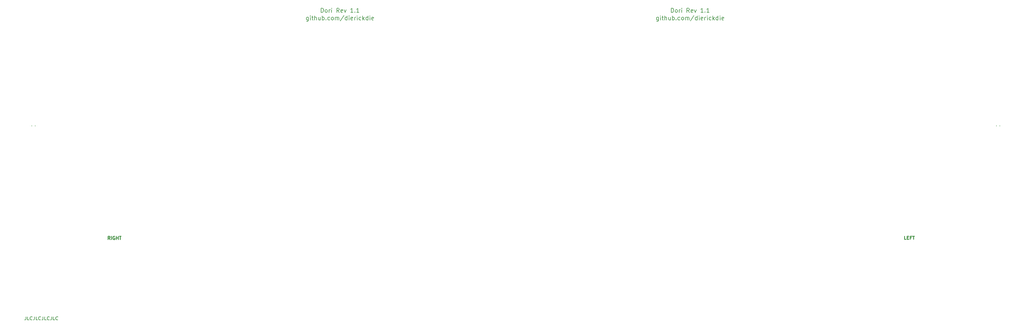
<source format=gto>
G04 #@! TF.GenerationSoftware,KiCad,Pcbnew,(5.1.2-1)-1*
G04 #@! TF.CreationDate,2020-07-25T23:53:14-05:00*
G04 #@! TF.ProjectId,Dori_bottom_plate,446f7269-5f62-46f7-9474-6f6d5f706c61,rev?*
G04 #@! TF.SameCoordinates,Original*
G04 #@! TF.FileFunction,Legend,Top*
G04 #@! TF.FilePolarity,Positive*
%FSLAX46Y46*%
G04 Gerber Fmt 4.6, Leading zero omitted, Abs format (unit mm)*
G04 Created by KiCad (PCBNEW (5.1.2-1)-1) date 2020-07-25 23:53:14*
%MOMM*%
%LPD*%
G04 APERTURE LIST*
%ADD10C,0.250000*%
%ADD11C,0.200000*%
%ADD12C,0.150000*%
%ADD13C,0.120000*%
%ADD14C,0.100000*%
%ADD15C,1.052000*%
%ADD16C,3.602000*%
%ADD17C,0.902000*%
G04 APERTURE END LIST*
D10*
X123703541Y-115178630D02*
X123370208Y-114702440D01*
X123132113Y-115178630D02*
X123132113Y-114178630D01*
X123513065Y-114178630D01*
X123608303Y-114226250D01*
X123655922Y-114273869D01*
X123703541Y-114369107D01*
X123703541Y-114511964D01*
X123655922Y-114607202D01*
X123608303Y-114654821D01*
X123513065Y-114702440D01*
X123132113Y-114702440D01*
X124132113Y-115178630D02*
X124132113Y-114178630D01*
X125132113Y-114226250D02*
X125036875Y-114178630D01*
X124894017Y-114178630D01*
X124751160Y-114226250D01*
X124655922Y-114321488D01*
X124608303Y-114416726D01*
X124560684Y-114607202D01*
X124560684Y-114750059D01*
X124608303Y-114940535D01*
X124655922Y-115035773D01*
X124751160Y-115131011D01*
X124894017Y-115178630D01*
X124989255Y-115178630D01*
X125132113Y-115131011D01*
X125179732Y-115083392D01*
X125179732Y-114750059D01*
X124989255Y-114750059D01*
X125608303Y-115178630D02*
X125608303Y-114178630D01*
X125608303Y-114654821D02*
X126179732Y-114654821D01*
X126179732Y-115178630D02*
X126179732Y-114178630D01*
X126513065Y-114178630D02*
X127084494Y-114178630D01*
X126798779Y-115178630D02*
X126798779Y-114178630D01*
D11*
X187005238Y-46925476D02*
X187005238Y-45675476D01*
X187302857Y-45675476D01*
X187481428Y-45735000D01*
X187600476Y-45854047D01*
X187660000Y-45973095D01*
X187719523Y-46211190D01*
X187719523Y-46389761D01*
X187660000Y-46627857D01*
X187600476Y-46746904D01*
X187481428Y-46865952D01*
X187302857Y-46925476D01*
X187005238Y-46925476D01*
X188433809Y-46925476D02*
X188314761Y-46865952D01*
X188255238Y-46806428D01*
X188195714Y-46687380D01*
X188195714Y-46330238D01*
X188255238Y-46211190D01*
X188314761Y-46151666D01*
X188433809Y-46092142D01*
X188612380Y-46092142D01*
X188731428Y-46151666D01*
X188790952Y-46211190D01*
X188850476Y-46330238D01*
X188850476Y-46687380D01*
X188790952Y-46806428D01*
X188731428Y-46865952D01*
X188612380Y-46925476D01*
X188433809Y-46925476D01*
X189386190Y-46925476D02*
X189386190Y-46092142D01*
X189386190Y-46330238D02*
X189445714Y-46211190D01*
X189505238Y-46151666D01*
X189624285Y-46092142D01*
X189743333Y-46092142D01*
X190160000Y-46925476D02*
X190160000Y-46092142D01*
X190160000Y-45675476D02*
X190100476Y-45735000D01*
X190160000Y-45794523D01*
X190219523Y-45735000D01*
X190160000Y-45675476D01*
X190160000Y-45794523D01*
X192421904Y-46925476D02*
X192005238Y-46330238D01*
X191707619Y-46925476D02*
X191707619Y-45675476D01*
X192183809Y-45675476D01*
X192302857Y-45735000D01*
X192362380Y-45794523D01*
X192421904Y-45913571D01*
X192421904Y-46092142D01*
X192362380Y-46211190D01*
X192302857Y-46270714D01*
X192183809Y-46330238D01*
X191707619Y-46330238D01*
X193433809Y-46865952D02*
X193314761Y-46925476D01*
X193076666Y-46925476D01*
X192957619Y-46865952D01*
X192898095Y-46746904D01*
X192898095Y-46270714D01*
X192957619Y-46151666D01*
X193076666Y-46092142D01*
X193314761Y-46092142D01*
X193433809Y-46151666D01*
X193493333Y-46270714D01*
X193493333Y-46389761D01*
X192898095Y-46508809D01*
X193910000Y-46092142D02*
X194207619Y-46925476D01*
X194505238Y-46092142D01*
X196588571Y-46925476D02*
X195874285Y-46925476D01*
X196231428Y-46925476D02*
X196231428Y-45675476D01*
X196112380Y-45854047D01*
X195993333Y-45973095D01*
X195874285Y-46032619D01*
X197124285Y-46806428D02*
X197183809Y-46865952D01*
X197124285Y-46925476D01*
X197064761Y-46865952D01*
X197124285Y-46806428D01*
X197124285Y-46925476D01*
X198374285Y-46925476D02*
X197660000Y-46925476D01*
X198017142Y-46925476D02*
X198017142Y-45675476D01*
X197898095Y-45854047D01*
X197779047Y-45973095D01*
X197660000Y-46032619D01*
X183165196Y-48372142D02*
X183165196Y-49384047D01*
X183105672Y-49503095D01*
X183046148Y-49562619D01*
X182927101Y-49622142D01*
X182748529Y-49622142D01*
X182629482Y-49562619D01*
X183165196Y-49145952D02*
X183046148Y-49205476D01*
X182808053Y-49205476D01*
X182689005Y-49145952D01*
X182629482Y-49086428D01*
X182569958Y-48967380D01*
X182569958Y-48610238D01*
X182629482Y-48491190D01*
X182689005Y-48431666D01*
X182808053Y-48372142D01*
X183046148Y-48372142D01*
X183165196Y-48431666D01*
X183760434Y-49205476D02*
X183760434Y-48372142D01*
X183760434Y-47955476D02*
X183700910Y-48015000D01*
X183760434Y-48074523D01*
X183819958Y-48015000D01*
X183760434Y-47955476D01*
X183760434Y-48074523D01*
X184177101Y-48372142D02*
X184653291Y-48372142D01*
X184355672Y-47955476D02*
X184355672Y-49026904D01*
X184415196Y-49145952D01*
X184534244Y-49205476D01*
X184653291Y-49205476D01*
X185069958Y-49205476D02*
X185069958Y-47955476D01*
X185605672Y-49205476D02*
X185605672Y-48550714D01*
X185546148Y-48431666D01*
X185427101Y-48372142D01*
X185248529Y-48372142D01*
X185129482Y-48431666D01*
X185069958Y-48491190D01*
X186736624Y-48372142D02*
X186736624Y-49205476D01*
X186200910Y-48372142D02*
X186200910Y-49026904D01*
X186260434Y-49145952D01*
X186379482Y-49205476D01*
X186558053Y-49205476D01*
X186677101Y-49145952D01*
X186736624Y-49086428D01*
X187331863Y-49205476D02*
X187331863Y-47955476D01*
X187331863Y-48431666D02*
X187450910Y-48372142D01*
X187689005Y-48372142D01*
X187808053Y-48431666D01*
X187867577Y-48491190D01*
X187927101Y-48610238D01*
X187927101Y-48967380D01*
X187867577Y-49086428D01*
X187808053Y-49145952D01*
X187689005Y-49205476D01*
X187450910Y-49205476D01*
X187331863Y-49145952D01*
X188462815Y-49086428D02*
X188522339Y-49145952D01*
X188462815Y-49205476D01*
X188403291Y-49145952D01*
X188462815Y-49086428D01*
X188462815Y-49205476D01*
X189593767Y-49145952D02*
X189474720Y-49205476D01*
X189236624Y-49205476D01*
X189117577Y-49145952D01*
X189058053Y-49086428D01*
X188998529Y-48967380D01*
X188998529Y-48610238D01*
X189058053Y-48491190D01*
X189117577Y-48431666D01*
X189236624Y-48372142D01*
X189474720Y-48372142D01*
X189593767Y-48431666D01*
X190308053Y-49205476D02*
X190189005Y-49145952D01*
X190129482Y-49086428D01*
X190069958Y-48967380D01*
X190069958Y-48610238D01*
X190129482Y-48491190D01*
X190189005Y-48431666D01*
X190308053Y-48372142D01*
X190486624Y-48372142D01*
X190605672Y-48431666D01*
X190665196Y-48491190D01*
X190724720Y-48610238D01*
X190724720Y-48967380D01*
X190665196Y-49086428D01*
X190605672Y-49145952D01*
X190486624Y-49205476D01*
X190308053Y-49205476D01*
X191260434Y-49205476D02*
X191260434Y-48372142D01*
X191260434Y-48491190D02*
X191319958Y-48431666D01*
X191439005Y-48372142D01*
X191617577Y-48372142D01*
X191736624Y-48431666D01*
X191796148Y-48550714D01*
X191796148Y-49205476D01*
X191796148Y-48550714D02*
X191855672Y-48431666D01*
X191974720Y-48372142D01*
X192153291Y-48372142D01*
X192272339Y-48431666D01*
X192331863Y-48550714D01*
X192331863Y-49205476D01*
X193819958Y-47895952D02*
X192748529Y-49503095D01*
X194772339Y-49205476D02*
X194772339Y-47955476D01*
X194772339Y-49145952D02*
X194653291Y-49205476D01*
X194415196Y-49205476D01*
X194296148Y-49145952D01*
X194236624Y-49086428D01*
X194177101Y-48967380D01*
X194177101Y-48610238D01*
X194236624Y-48491190D01*
X194296148Y-48431666D01*
X194415196Y-48372142D01*
X194653291Y-48372142D01*
X194772339Y-48431666D01*
X195367577Y-49205476D02*
X195367577Y-48372142D01*
X195367577Y-47955476D02*
X195308053Y-48015000D01*
X195367577Y-48074523D01*
X195427101Y-48015000D01*
X195367577Y-47955476D01*
X195367577Y-48074523D01*
X196439005Y-49145952D02*
X196319958Y-49205476D01*
X196081863Y-49205476D01*
X195962815Y-49145952D01*
X195903291Y-49026904D01*
X195903291Y-48550714D01*
X195962815Y-48431666D01*
X196081863Y-48372142D01*
X196319958Y-48372142D01*
X196439005Y-48431666D01*
X196498529Y-48550714D01*
X196498529Y-48669761D01*
X195903291Y-48788809D01*
X197034244Y-49205476D02*
X197034244Y-48372142D01*
X197034244Y-48610238D02*
X197093767Y-48491190D01*
X197153291Y-48431666D01*
X197272339Y-48372142D01*
X197391386Y-48372142D01*
X197808053Y-49205476D02*
X197808053Y-48372142D01*
X197808053Y-47955476D02*
X197748529Y-48015000D01*
X197808053Y-48074523D01*
X197867577Y-48015000D01*
X197808053Y-47955476D01*
X197808053Y-48074523D01*
X198939005Y-49145952D02*
X198819958Y-49205476D01*
X198581863Y-49205476D01*
X198462815Y-49145952D01*
X198403291Y-49086428D01*
X198343767Y-48967380D01*
X198343767Y-48610238D01*
X198403291Y-48491190D01*
X198462815Y-48431666D01*
X198581863Y-48372142D01*
X198819958Y-48372142D01*
X198939005Y-48431666D01*
X199474720Y-49205476D02*
X199474720Y-47955476D01*
X199593767Y-48729285D02*
X199950910Y-49205476D01*
X199950910Y-48372142D02*
X199474720Y-48848333D01*
X201022339Y-49205476D02*
X201022339Y-47955476D01*
X201022339Y-49145952D02*
X200903291Y-49205476D01*
X200665196Y-49205476D01*
X200546148Y-49145952D01*
X200486624Y-49086428D01*
X200427101Y-48967380D01*
X200427101Y-48610238D01*
X200486624Y-48491190D01*
X200546148Y-48431666D01*
X200665196Y-48372142D01*
X200903291Y-48372142D01*
X201022339Y-48431666D01*
X201617577Y-49205476D02*
X201617577Y-48372142D01*
X201617577Y-47955476D02*
X201558053Y-48015000D01*
X201617577Y-48074523D01*
X201677101Y-48015000D01*
X201617577Y-47955476D01*
X201617577Y-48074523D01*
X202689005Y-49145952D02*
X202569958Y-49205476D01*
X202331863Y-49205476D01*
X202212815Y-49145952D01*
X202153291Y-49026904D01*
X202153291Y-48550714D01*
X202212815Y-48431666D01*
X202331863Y-48372142D01*
X202569958Y-48372142D01*
X202689005Y-48431666D01*
X202748529Y-48550714D01*
X202748529Y-48669761D01*
X202153291Y-48788809D01*
D10*
X362188244Y-115149255D02*
X361712053Y-115149255D01*
X361712053Y-114149255D01*
X362521577Y-114625446D02*
X362854910Y-114625446D01*
X362997767Y-115149255D02*
X362521577Y-115149255D01*
X362521577Y-114149255D01*
X362997767Y-114149255D01*
X363759672Y-114625446D02*
X363426339Y-114625446D01*
X363426339Y-115149255D02*
X363426339Y-114149255D01*
X363902529Y-114149255D01*
X364140625Y-114149255D02*
X364712053Y-114149255D01*
X364426339Y-115149255D02*
X364426339Y-114149255D01*
D11*
X288045196Y-48372142D02*
X288045196Y-49384047D01*
X287985672Y-49503095D01*
X287926148Y-49562619D01*
X287807101Y-49622142D01*
X287628529Y-49622142D01*
X287509482Y-49562619D01*
X288045196Y-49145952D02*
X287926148Y-49205476D01*
X287688053Y-49205476D01*
X287569005Y-49145952D01*
X287509482Y-49086428D01*
X287449958Y-48967380D01*
X287449958Y-48610238D01*
X287509482Y-48491190D01*
X287569005Y-48431666D01*
X287688053Y-48372142D01*
X287926148Y-48372142D01*
X288045196Y-48431666D01*
X288640434Y-49205476D02*
X288640434Y-48372142D01*
X288640434Y-47955476D02*
X288580910Y-48015000D01*
X288640434Y-48074523D01*
X288699958Y-48015000D01*
X288640434Y-47955476D01*
X288640434Y-48074523D01*
X289057101Y-48372142D02*
X289533291Y-48372142D01*
X289235672Y-47955476D02*
X289235672Y-49026904D01*
X289295196Y-49145952D01*
X289414244Y-49205476D01*
X289533291Y-49205476D01*
X289949958Y-49205476D02*
X289949958Y-47955476D01*
X290485672Y-49205476D02*
X290485672Y-48550714D01*
X290426148Y-48431666D01*
X290307101Y-48372142D01*
X290128529Y-48372142D01*
X290009482Y-48431666D01*
X289949958Y-48491190D01*
X291616624Y-48372142D02*
X291616624Y-49205476D01*
X291080910Y-48372142D02*
X291080910Y-49026904D01*
X291140434Y-49145952D01*
X291259482Y-49205476D01*
X291438053Y-49205476D01*
X291557101Y-49145952D01*
X291616624Y-49086428D01*
X292211863Y-49205476D02*
X292211863Y-47955476D01*
X292211863Y-48431666D02*
X292330910Y-48372142D01*
X292569005Y-48372142D01*
X292688053Y-48431666D01*
X292747577Y-48491190D01*
X292807101Y-48610238D01*
X292807101Y-48967380D01*
X292747577Y-49086428D01*
X292688053Y-49145952D01*
X292569005Y-49205476D01*
X292330910Y-49205476D01*
X292211863Y-49145952D01*
X293342815Y-49086428D02*
X293402339Y-49145952D01*
X293342815Y-49205476D01*
X293283291Y-49145952D01*
X293342815Y-49086428D01*
X293342815Y-49205476D01*
X294473767Y-49145952D02*
X294354720Y-49205476D01*
X294116624Y-49205476D01*
X293997577Y-49145952D01*
X293938053Y-49086428D01*
X293878529Y-48967380D01*
X293878529Y-48610238D01*
X293938053Y-48491190D01*
X293997577Y-48431666D01*
X294116624Y-48372142D01*
X294354720Y-48372142D01*
X294473767Y-48431666D01*
X295188053Y-49205476D02*
X295069005Y-49145952D01*
X295009482Y-49086428D01*
X294949958Y-48967380D01*
X294949958Y-48610238D01*
X295009482Y-48491190D01*
X295069005Y-48431666D01*
X295188053Y-48372142D01*
X295366624Y-48372142D01*
X295485672Y-48431666D01*
X295545196Y-48491190D01*
X295604720Y-48610238D01*
X295604720Y-48967380D01*
X295545196Y-49086428D01*
X295485672Y-49145952D01*
X295366624Y-49205476D01*
X295188053Y-49205476D01*
X296140434Y-49205476D02*
X296140434Y-48372142D01*
X296140434Y-48491190D02*
X296199958Y-48431666D01*
X296319005Y-48372142D01*
X296497577Y-48372142D01*
X296616624Y-48431666D01*
X296676148Y-48550714D01*
X296676148Y-49205476D01*
X296676148Y-48550714D02*
X296735672Y-48431666D01*
X296854720Y-48372142D01*
X297033291Y-48372142D01*
X297152339Y-48431666D01*
X297211863Y-48550714D01*
X297211863Y-49205476D01*
X298699958Y-47895952D02*
X297628529Y-49503095D01*
X299652339Y-49205476D02*
X299652339Y-47955476D01*
X299652339Y-49145952D02*
X299533291Y-49205476D01*
X299295196Y-49205476D01*
X299176148Y-49145952D01*
X299116624Y-49086428D01*
X299057101Y-48967380D01*
X299057101Y-48610238D01*
X299116624Y-48491190D01*
X299176148Y-48431666D01*
X299295196Y-48372142D01*
X299533291Y-48372142D01*
X299652339Y-48431666D01*
X300247577Y-49205476D02*
X300247577Y-48372142D01*
X300247577Y-47955476D02*
X300188053Y-48015000D01*
X300247577Y-48074523D01*
X300307101Y-48015000D01*
X300247577Y-47955476D01*
X300247577Y-48074523D01*
X301319005Y-49145952D02*
X301199958Y-49205476D01*
X300961863Y-49205476D01*
X300842815Y-49145952D01*
X300783291Y-49026904D01*
X300783291Y-48550714D01*
X300842815Y-48431666D01*
X300961863Y-48372142D01*
X301199958Y-48372142D01*
X301319005Y-48431666D01*
X301378529Y-48550714D01*
X301378529Y-48669761D01*
X300783291Y-48788809D01*
X301914244Y-49205476D02*
X301914244Y-48372142D01*
X301914244Y-48610238D02*
X301973767Y-48491190D01*
X302033291Y-48431666D01*
X302152339Y-48372142D01*
X302271386Y-48372142D01*
X302688053Y-49205476D02*
X302688053Y-48372142D01*
X302688053Y-47955476D02*
X302628529Y-48015000D01*
X302688053Y-48074523D01*
X302747577Y-48015000D01*
X302688053Y-47955476D01*
X302688053Y-48074523D01*
X303819005Y-49145952D02*
X303699958Y-49205476D01*
X303461863Y-49205476D01*
X303342815Y-49145952D01*
X303283291Y-49086428D01*
X303223767Y-48967380D01*
X303223767Y-48610238D01*
X303283291Y-48491190D01*
X303342815Y-48431666D01*
X303461863Y-48372142D01*
X303699958Y-48372142D01*
X303819005Y-48431666D01*
X304354720Y-49205476D02*
X304354720Y-47955476D01*
X304473767Y-48729285D02*
X304830910Y-49205476D01*
X304830910Y-48372142D02*
X304354720Y-48848333D01*
X305902339Y-49205476D02*
X305902339Y-47955476D01*
X305902339Y-49145952D02*
X305783291Y-49205476D01*
X305545196Y-49205476D01*
X305426148Y-49145952D01*
X305366624Y-49086428D01*
X305307101Y-48967380D01*
X305307101Y-48610238D01*
X305366624Y-48491190D01*
X305426148Y-48431666D01*
X305545196Y-48372142D01*
X305783291Y-48372142D01*
X305902339Y-48431666D01*
X306497577Y-49205476D02*
X306497577Y-48372142D01*
X306497577Y-47955476D02*
X306438053Y-48015000D01*
X306497577Y-48074523D01*
X306557101Y-48015000D01*
X306497577Y-47955476D01*
X306497577Y-48074523D01*
X307569005Y-49145952D02*
X307449958Y-49205476D01*
X307211863Y-49205476D01*
X307092815Y-49145952D01*
X307033291Y-49026904D01*
X307033291Y-48550714D01*
X307092815Y-48431666D01*
X307211863Y-48372142D01*
X307449958Y-48372142D01*
X307569005Y-48431666D01*
X307628529Y-48550714D01*
X307628529Y-48669761D01*
X307033291Y-48788809D01*
X291885238Y-46925476D02*
X291885238Y-45675476D01*
X292182857Y-45675476D01*
X292361428Y-45735000D01*
X292480476Y-45854047D01*
X292540000Y-45973095D01*
X292599523Y-46211190D01*
X292599523Y-46389761D01*
X292540000Y-46627857D01*
X292480476Y-46746904D01*
X292361428Y-46865952D01*
X292182857Y-46925476D01*
X291885238Y-46925476D01*
X293313809Y-46925476D02*
X293194761Y-46865952D01*
X293135238Y-46806428D01*
X293075714Y-46687380D01*
X293075714Y-46330238D01*
X293135238Y-46211190D01*
X293194761Y-46151666D01*
X293313809Y-46092142D01*
X293492380Y-46092142D01*
X293611428Y-46151666D01*
X293670952Y-46211190D01*
X293730476Y-46330238D01*
X293730476Y-46687380D01*
X293670952Y-46806428D01*
X293611428Y-46865952D01*
X293492380Y-46925476D01*
X293313809Y-46925476D01*
X294266190Y-46925476D02*
X294266190Y-46092142D01*
X294266190Y-46330238D02*
X294325714Y-46211190D01*
X294385238Y-46151666D01*
X294504285Y-46092142D01*
X294623333Y-46092142D01*
X295040000Y-46925476D02*
X295040000Y-46092142D01*
X295040000Y-45675476D02*
X294980476Y-45735000D01*
X295040000Y-45794523D01*
X295099523Y-45735000D01*
X295040000Y-45675476D01*
X295040000Y-45794523D01*
X297301904Y-46925476D02*
X296885238Y-46330238D01*
X296587619Y-46925476D02*
X296587619Y-45675476D01*
X297063809Y-45675476D01*
X297182857Y-45735000D01*
X297242380Y-45794523D01*
X297301904Y-45913571D01*
X297301904Y-46092142D01*
X297242380Y-46211190D01*
X297182857Y-46270714D01*
X297063809Y-46330238D01*
X296587619Y-46330238D01*
X298313809Y-46865952D02*
X298194761Y-46925476D01*
X297956666Y-46925476D01*
X297837619Y-46865952D01*
X297778095Y-46746904D01*
X297778095Y-46270714D01*
X297837619Y-46151666D01*
X297956666Y-46092142D01*
X298194761Y-46092142D01*
X298313809Y-46151666D01*
X298373333Y-46270714D01*
X298373333Y-46389761D01*
X297778095Y-46508809D01*
X298790000Y-46092142D02*
X299087619Y-46925476D01*
X299385238Y-46092142D01*
X301468571Y-46925476D02*
X300754285Y-46925476D01*
X301111428Y-46925476D02*
X301111428Y-45675476D01*
X300992380Y-45854047D01*
X300873333Y-45973095D01*
X300754285Y-46032619D01*
X302004285Y-46806428D02*
X302063809Y-46865952D01*
X302004285Y-46925476D01*
X301944761Y-46865952D01*
X302004285Y-46806428D01*
X302004285Y-46925476D01*
X303254285Y-46925476D02*
X302540000Y-46925476D01*
X302897142Y-46925476D02*
X302897142Y-45675476D01*
X302778095Y-45854047D01*
X302659047Y-45973095D01*
X302540000Y-46032619D01*
D12*
X98568452Y-138358630D02*
X98568452Y-139072916D01*
X98520833Y-139215773D01*
X98425595Y-139311011D01*
X98282738Y-139358630D01*
X98187500Y-139358630D01*
X99520833Y-139358630D02*
X99044642Y-139358630D01*
X99044642Y-138358630D01*
X100425595Y-139263392D02*
X100377976Y-139311011D01*
X100235119Y-139358630D01*
X100139880Y-139358630D01*
X99997023Y-139311011D01*
X99901785Y-139215773D01*
X99854166Y-139120535D01*
X99806547Y-138930059D01*
X99806547Y-138787202D01*
X99854166Y-138596726D01*
X99901785Y-138501488D01*
X99997023Y-138406250D01*
X100139880Y-138358630D01*
X100235119Y-138358630D01*
X100377976Y-138406250D01*
X100425595Y-138453869D01*
X101139880Y-138358630D02*
X101139880Y-139072916D01*
X101092261Y-139215773D01*
X100997023Y-139311011D01*
X100854166Y-139358630D01*
X100758928Y-139358630D01*
X102092261Y-139358630D02*
X101616071Y-139358630D01*
X101616071Y-138358630D01*
X102997023Y-139263392D02*
X102949404Y-139311011D01*
X102806547Y-139358630D01*
X102711309Y-139358630D01*
X102568452Y-139311011D01*
X102473214Y-139215773D01*
X102425595Y-139120535D01*
X102377976Y-138930059D01*
X102377976Y-138787202D01*
X102425595Y-138596726D01*
X102473214Y-138501488D01*
X102568452Y-138406250D01*
X102711309Y-138358630D01*
X102806547Y-138358630D01*
X102949404Y-138406250D01*
X102997023Y-138453869D01*
X103711309Y-138358630D02*
X103711309Y-139072916D01*
X103663690Y-139215773D01*
X103568452Y-139311011D01*
X103425595Y-139358630D01*
X103330357Y-139358630D01*
X104663690Y-139358630D02*
X104187500Y-139358630D01*
X104187500Y-138358630D01*
X105568452Y-139263392D02*
X105520833Y-139311011D01*
X105377976Y-139358630D01*
X105282738Y-139358630D01*
X105139880Y-139311011D01*
X105044642Y-139215773D01*
X104997023Y-139120535D01*
X104949404Y-138930059D01*
X104949404Y-138787202D01*
X104997023Y-138596726D01*
X105044642Y-138501488D01*
X105139880Y-138406250D01*
X105282738Y-138358630D01*
X105377976Y-138358630D01*
X105520833Y-138406250D01*
X105568452Y-138453869D01*
X106282738Y-138358630D02*
X106282738Y-139072916D01*
X106235119Y-139215773D01*
X106139880Y-139311011D01*
X105997023Y-139358630D01*
X105901785Y-139358630D01*
X107235119Y-139358630D02*
X106758928Y-139358630D01*
X106758928Y-138358630D01*
X108139880Y-139263392D02*
X108092261Y-139311011D01*
X107949404Y-139358630D01*
X107854166Y-139358630D01*
X107711309Y-139311011D01*
X107616071Y-139215773D01*
X107568452Y-139120535D01*
X107520833Y-138930059D01*
X107520833Y-138787202D01*
X107568452Y-138596726D01*
X107616071Y-138501488D01*
X107711309Y-138406250D01*
X107854166Y-138358630D01*
X107949404Y-138358630D01*
X108092261Y-138406250D01*
X108139880Y-138453869D01*
D13*
X390241250Y-81133767D02*
X390241250Y-80791233D01*
X389221250Y-81133767D02*
X389221250Y-80791233D01*
X101316250Y-81133767D02*
X101316250Y-80791233D01*
X100296250Y-81133767D02*
X100296250Y-80791233D01*
%LPC*%
D14*
G36*
X390020029Y-79512766D02*
G01*
X390045559Y-79516553D01*
X390070595Y-79522825D01*
X390094896Y-79531520D01*
X390118227Y-79542555D01*
X390140365Y-79555823D01*
X390161095Y-79571198D01*
X390180219Y-79588531D01*
X390197552Y-79607655D01*
X390212927Y-79628385D01*
X390226195Y-79650523D01*
X390237230Y-79673854D01*
X390245925Y-79698155D01*
X390252197Y-79723191D01*
X390255984Y-79748721D01*
X390257250Y-79774500D01*
X390257250Y-80400500D01*
X390255984Y-80426279D01*
X390252197Y-80451809D01*
X390245925Y-80476845D01*
X390237230Y-80501146D01*
X390226195Y-80524477D01*
X390212927Y-80546615D01*
X390197552Y-80567345D01*
X390180219Y-80586469D01*
X390161095Y-80603802D01*
X390140365Y-80619177D01*
X390118227Y-80632445D01*
X390094896Y-80643480D01*
X390070595Y-80652175D01*
X390045559Y-80658447D01*
X390020029Y-80662234D01*
X389994250Y-80663500D01*
X389468250Y-80663500D01*
X389442471Y-80662234D01*
X389416941Y-80658447D01*
X389391905Y-80652175D01*
X389367604Y-80643480D01*
X389344273Y-80632445D01*
X389322135Y-80619177D01*
X389301405Y-80603802D01*
X389282281Y-80586469D01*
X389264948Y-80567345D01*
X389249573Y-80546615D01*
X389236305Y-80524477D01*
X389225270Y-80501146D01*
X389216575Y-80476845D01*
X389210303Y-80451809D01*
X389206516Y-80426279D01*
X389205250Y-80400500D01*
X389205250Y-79774500D01*
X389206516Y-79748721D01*
X389210303Y-79723191D01*
X389216575Y-79698155D01*
X389225270Y-79673854D01*
X389236305Y-79650523D01*
X389249573Y-79628385D01*
X389264948Y-79607655D01*
X389282281Y-79588531D01*
X389301405Y-79571198D01*
X389322135Y-79555823D01*
X389344273Y-79542555D01*
X389367604Y-79531520D01*
X389391905Y-79522825D01*
X389416941Y-79516553D01*
X389442471Y-79512766D01*
X389468250Y-79511500D01*
X389994250Y-79511500D01*
X390020029Y-79512766D01*
X390020029Y-79512766D01*
G37*
D15*
X389731250Y-80087500D03*
D14*
G36*
X390020029Y-81262766D02*
G01*
X390045559Y-81266553D01*
X390070595Y-81272825D01*
X390094896Y-81281520D01*
X390118227Y-81292555D01*
X390140365Y-81305823D01*
X390161095Y-81321198D01*
X390180219Y-81338531D01*
X390197552Y-81357655D01*
X390212927Y-81378385D01*
X390226195Y-81400523D01*
X390237230Y-81423854D01*
X390245925Y-81448155D01*
X390252197Y-81473191D01*
X390255984Y-81498721D01*
X390257250Y-81524500D01*
X390257250Y-82150500D01*
X390255984Y-82176279D01*
X390252197Y-82201809D01*
X390245925Y-82226845D01*
X390237230Y-82251146D01*
X390226195Y-82274477D01*
X390212927Y-82296615D01*
X390197552Y-82317345D01*
X390180219Y-82336469D01*
X390161095Y-82353802D01*
X390140365Y-82369177D01*
X390118227Y-82382445D01*
X390094896Y-82393480D01*
X390070595Y-82402175D01*
X390045559Y-82408447D01*
X390020029Y-82412234D01*
X389994250Y-82413500D01*
X389468250Y-82413500D01*
X389442471Y-82412234D01*
X389416941Y-82408447D01*
X389391905Y-82402175D01*
X389367604Y-82393480D01*
X389344273Y-82382445D01*
X389322135Y-82369177D01*
X389301405Y-82353802D01*
X389282281Y-82336469D01*
X389264948Y-82317345D01*
X389249573Y-82296615D01*
X389236305Y-82274477D01*
X389225270Y-82251146D01*
X389216575Y-82226845D01*
X389210303Y-82201809D01*
X389206516Y-82176279D01*
X389205250Y-82150500D01*
X389205250Y-81524500D01*
X389206516Y-81498721D01*
X389210303Y-81473191D01*
X389216575Y-81448155D01*
X389225270Y-81423854D01*
X389236305Y-81400523D01*
X389249573Y-81378385D01*
X389264948Y-81357655D01*
X389282281Y-81338531D01*
X389301405Y-81321198D01*
X389322135Y-81305823D01*
X389344273Y-81292555D01*
X389367604Y-81281520D01*
X389391905Y-81272825D01*
X389416941Y-81266553D01*
X389442471Y-81262766D01*
X389468250Y-81261500D01*
X389994250Y-81261500D01*
X390020029Y-81262766D01*
X390020029Y-81262766D01*
G37*
D15*
X389731250Y-81837500D03*
D14*
G36*
X101095029Y-79512766D02*
G01*
X101120559Y-79516553D01*
X101145595Y-79522825D01*
X101169896Y-79531520D01*
X101193227Y-79542555D01*
X101215365Y-79555823D01*
X101236095Y-79571198D01*
X101255219Y-79588531D01*
X101272552Y-79607655D01*
X101287927Y-79628385D01*
X101301195Y-79650523D01*
X101312230Y-79673854D01*
X101320925Y-79698155D01*
X101327197Y-79723191D01*
X101330984Y-79748721D01*
X101332250Y-79774500D01*
X101332250Y-80400500D01*
X101330984Y-80426279D01*
X101327197Y-80451809D01*
X101320925Y-80476845D01*
X101312230Y-80501146D01*
X101301195Y-80524477D01*
X101287927Y-80546615D01*
X101272552Y-80567345D01*
X101255219Y-80586469D01*
X101236095Y-80603802D01*
X101215365Y-80619177D01*
X101193227Y-80632445D01*
X101169896Y-80643480D01*
X101145595Y-80652175D01*
X101120559Y-80658447D01*
X101095029Y-80662234D01*
X101069250Y-80663500D01*
X100543250Y-80663500D01*
X100517471Y-80662234D01*
X100491941Y-80658447D01*
X100466905Y-80652175D01*
X100442604Y-80643480D01*
X100419273Y-80632445D01*
X100397135Y-80619177D01*
X100376405Y-80603802D01*
X100357281Y-80586469D01*
X100339948Y-80567345D01*
X100324573Y-80546615D01*
X100311305Y-80524477D01*
X100300270Y-80501146D01*
X100291575Y-80476845D01*
X100285303Y-80451809D01*
X100281516Y-80426279D01*
X100280250Y-80400500D01*
X100280250Y-79774500D01*
X100281516Y-79748721D01*
X100285303Y-79723191D01*
X100291575Y-79698155D01*
X100300270Y-79673854D01*
X100311305Y-79650523D01*
X100324573Y-79628385D01*
X100339948Y-79607655D01*
X100357281Y-79588531D01*
X100376405Y-79571198D01*
X100397135Y-79555823D01*
X100419273Y-79542555D01*
X100442604Y-79531520D01*
X100466905Y-79522825D01*
X100491941Y-79516553D01*
X100517471Y-79512766D01*
X100543250Y-79511500D01*
X101069250Y-79511500D01*
X101095029Y-79512766D01*
X101095029Y-79512766D01*
G37*
D15*
X100806250Y-80087500D03*
D14*
G36*
X101095029Y-81262766D02*
G01*
X101120559Y-81266553D01*
X101145595Y-81272825D01*
X101169896Y-81281520D01*
X101193227Y-81292555D01*
X101215365Y-81305823D01*
X101236095Y-81321198D01*
X101255219Y-81338531D01*
X101272552Y-81357655D01*
X101287927Y-81378385D01*
X101301195Y-81400523D01*
X101312230Y-81423854D01*
X101320925Y-81448155D01*
X101327197Y-81473191D01*
X101330984Y-81498721D01*
X101332250Y-81524500D01*
X101332250Y-82150500D01*
X101330984Y-82176279D01*
X101327197Y-82201809D01*
X101320925Y-82226845D01*
X101312230Y-82251146D01*
X101301195Y-82274477D01*
X101287927Y-82296615D01*
X101272552Y-82317345D01*
X101255219Y-82336469D01*
X101236095Y-82353802D01*
X101215365Y-82369177D01*
X101193227Y-82382445D01*
X101169896Y-82393480D01*
X101145595Y-82402175D01*
X101120559Y-82408447D01*
X101095029Y-82412234D01*
X101069250Y-82413500D01*
X100543250Y-82413500D01*
X100517471Y-82412234D01*
X100491941Y-82408447D01*
X100466905Y-82402175D01*
X100442604Y-82393480D01*
X100419273Y-82382445D01*
X100397135Y-82369177D01*
X100376405Y-82353802D01*
X100357281Y-82336469D01*
X100339948Y-82317345D01*
X100324573Y-82296615D01*
X100311305Y-82274477D01*
X100300270Y-82251146D01*
X100291575Y-82226845D01*
X100285303Y-82201809D01*
X100281516Y-82176279D01*
X100280250Y-82150500D01*
X100280250Y-81524500D01*
X100281516Y-81498721D01*
X100285303Y-81473191D01*
X100291575Y-81448155D01*
X100300270Y-81423854D01*
X100311305Y-81400523D01*
X100324573Y-81378385D01*
X100339948Y-81357655D01*
X100357281Y-81338531D01*
X100376405Y-81321198D01*
X100397135Y-81305823D01*
X100419273Y-81292555D01*
X100442604Y-81281520D01*
X100466905Y-81272825D01*
X100491941Y-81266553D01*
X100517471Y-81262766D01*
X100543250Y-81261500D01*
X101069250Y-81261500D01*
X101095029Y-81262766D01*
X101095029Y-81262766D01*
G37*
D15*
X100806250Y-81837500D03*
D16*
X380206250Y-100012500D03*
X380206250Y-61912500D03*
D17*
X373459375Y-61912500D03*
X373459375Y-60388500D03*
X373459375Y-58864500D03*
X373459375Y-63690500D03*
X373459375Y-65214500D03*
X373459375Y-100012500D03*
X373459375Y-98488500D03*
X373459375Y-96964500D03*
X373459375Y-101536500D03*
X373459375Y-103060500D03*
X278606250Y-43259375D03*
X280130250Y-43259375D03*
X281654250Y-43259375D03*
X277082250Y-43259375D03*
X275558250Y-43259375D03*
X354806250Y-43259375D03*
X356330250Y-43259375D03*
X357854250Y-43259375D03*
X353282250Y-43259375D03*
X351758250Y-43259375D03*
X135731250Y-43259375D03*
X137255250Y-43259375D03*
X138779250Y-43259375D03*
X134207250Y-43259375D03*
X132683250Y-43259375D03*
X211931250Y-43259375D03*
X213455250Y-43259375D03*
X214979250Y-43259375D03*
X210407250Y-43259375D03*
X208883250Y-43259375D03*
X193675000Y-118665625D03*
X195199000Y-118665625D03*
X196723000Y-118665625D03*
X192151000Y-118665625D03*
X190627000Y-118665625D03*
X135731250Y-118665625D03*
X137255250Y-118665625D03*
X138779250Y-118665625D03*
X134207250Y-118665625D03*
X132683250Y-118665625D03*
X296862500Y-118665625D03*
X298386500Y-118665625D03*
X299910500Y-118665625D03*
X295338500Y-118665625D03*
X293814500Y-118665625D03*
X354806250Y-118665625D03*
X356330250Y-118665625D03*
X357854250Y-118665625D03*
X353282250Y-118665625D03*
X351758250Y-118665625D03*
X117006250Y-61912500D03*
X117006250Y-60515500D03*
X117006250Y-59118500D03*
X117006250Y-63309500D03*
X117006250Y-64706500D03*
D16*
X110331250Y-100012500D03*
X354806250Y-61912500D03*
X221853125Y-105171875D03*
D17*
X117005893Y-100012500D03*
X117005893Y-98615500D03*
X117005893Y-97218500D03*
X117005893Y-101409500D03*
X117005893Y-102806500D03*
D16*
X135731250Y-61912500D03*
X211931250Y-61940000D03*
X135731250Y-100012500D03*
X278606250Y-61912500D03*
X268684375Y-105171875D03*
X354806250Y-100012500D03*
X110331250Y-61912500D03*
M02*

</source>
